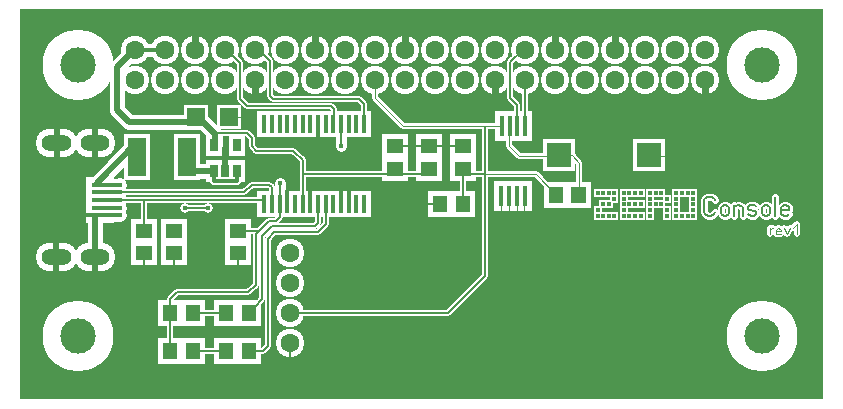
<source format=gbr>
%FSLAX34Y34*%
%MOMM*%
%LNCOPPER_TOP*%
G71*
G01*
%ADD10C, 6.00*%
%ADD11C, 2.40*%
%ADD12R, 2.35X1.40*%
%ADD13C, 0.50*%
%ADD14R, 1.22X2.12*%
%ADD15R, 1.45X1.86*%
%ADD16C, 0.30*%
%ADD17R, 2.30X4.00*%
%ADD18C, 1.20*%
%ADD19C, 0.80*%
%ADD20C, 1.10*%
%ADD21C, 0.95*%
%ADD22C, 1.30*%
%ADD23C, 0.70*%
%ADD24R, 1.22X2.58*%
%ADD25C, 0.55*%
%ADD26R, 2.10X2.20*%
%ADD27R, 2.20X2.10*%
%ADD28C, 0.15*%
%ADD29R, 2.80X2.80*%
%ADD30C, 0.10*%
%ADD31C, 0.60*%
%ADD32R, 0.70X0.70*%
%ADD33C, 0.51*%
%ADD34R, 2.00X2.00*%
%ADD35C, 2.20*%
%ADD36C, 0.53*%
%ADD37C, 3.00*%
%ADD38C, 1.60*%
%ADD39R, 1.35X0.40*%
%ADD40C, 1.40*%
%ADD41R, 0.42X1.32*%
%ADD42R, 0.65X1.06*%
%ADD43R, 1.50X3.20*%
%ADD44C, 0.40*%
%ADD45R, 0.42X1.78*%
%ADD46R, 1.30X1.40*%
%ADD47R, 1.40X1.30*%
%ADD48C, 0.20*%
%ADD49R, 0.30X0.30*%
%ADD50C, 0.11*%
%ADD51R, 1.60X1.60*%
%ADD52C, 1.40*%
%LPD*%
G36*
X0Y1000000D02*
X680000Y1000000D01*
X680000Y670000D01*
X0Y670000D01*
X0Y1000000D01*
G37*
%LPC*%
X48816Y953294D02*
G54D10*
D03*
X628253Y723900D02*
G54D10*
D03*
X48816Y723900D02*
G54D10*
D03*
X628253Y953294D02*
G54D10*
D03*
X580231Y965994D02*
G54D11*
D03*
X580230Y940590D02*
G54D11*
D03*
X554831Y965994D02*
G54D11*
D03*
X554831Y940594D02*
G54D11*
D03*
X529431Y965994D02*
G54D11*
D03*
X529431Y940594D02*
G54D11*
D03*
X504030Y965990D02*
G54D11*
D03*
X504031Y940594D02*
G54D11*
D03*
X478631Y965994D02*
G54D11*
D03*
X478631Y940594D02*
G54D11*
D03*
X453230Y965990D02*
G54D11*
D03*
X453231Y940594D02*
G54D11*
D03*
X427831Y965994D02*
G54D11*
D03*
X427831Y940594D02*
G54D11*
D03*
X402431Y965994D02*
G54D11*
D03*
X402430Y940590D02*
G54D11*
D03*
X377031Y965994D02*
G54D11*
D03*
X377031Y940594D02*
G54D11*
D03*
X351631Y965994D02*
G54D11*
D03*
X351631Y940594D02*
G54D11*
D03*
X326230Y965990D02*
G54D11*
D03*
X326231Y940594D02*
G54D11*
D03*
X300831Y965994D02*
G54D11*
D03*
X300831Y940594D02*
G54D11*
D03*
X275431Y965994D02*
G54D11*
D03*
X275431Y940594D02*
G54D11*
D03*
X250030Y965990D02*
G54D11*
D03*
X250031Y940594D02*
G54D11*
D03*
X224631Y965994D02*
G54D11*
D03*
X224631Y940594D02*
G54D11*
D03*
X199231Y965994D02*
G54D11*
D03*
X199230Y940590D02*
G54D11*
D03*
X173831Y965994D02*
G54D11*
D03*
X173831Y940594D02*
G54D11*
D03*
X148430Y965990D02*
G54D11*
D03*
X123031Y965994D02*
G54D11*
D03*
X97631Y965994D02*
G54D11*
D03*
X148431Y940594D02*
G54D11*
D03*
X123031Y940594D02*
G54D11*
D03*
X97631Y940594D02*
G54D11*
D03*
X67279Y851650D02*
G54D12*
D03*
X67279Y845150D02*
G54D12*
D03*
X67279Y838650D02*
G54D12*
D03*
X67279Y832150D02*
G54D12*
D03*
X67279Y825650D02*
G54D12*
D03*
X35926Y886972D02*
G54D11*
D03*
X35529Y886972D02*
G54D11*
D03*
X35132Y886972D02*
G54D11*
D03*
X34735Y886972D02*
G54D11*
D03*
X34338Y886972D02*
G54D11*
D03*
X33941Y886972D02*
G54D11*
D03*
X33544Y886972D02*
G54D11*
D03*
X33147Y886972D02*
G54D11*
D03*
X32750Y886972D02*
G54D11*
D03*
X32354Y886972D02*
G54D11*
D03*
X31957Y886972D02*
G54D11*
D03*
X31560Y886972D02*
G54D11*
D03*
X31163Y886972D02*
G54D11*
D03*
X30766Y886972D02*
G54D11*
D03*
X30369Y886972D02*
G54D11*
D03*
X29972Y886972D02*
G54D11*
D03*
X29972Y886972D02*
G54D11*
D03*
X29576Y886972D02*
G54D11*
D03*
X29179Y886972D02*
G54D11*
D03*
X28782Y886972D02*
G54D11*
D03*
X28385Y886972D02*
G54D11*
D03*
X27988Y886972D02*
G54D11*
D03*
X27591Y886972D02*
G54D11*
D03*
X27194Y886972D02*
G54D11*
D03*
X26797Y886972D02*
G54D11*
D03*
X26400Y886972D02*
G54D11*
D03*
X26004Y886972D02*
G54D11*
D03*
X25607Y886972D02*
G54D11*
D03*
X25210Y886972D02*
G54D11*
D03*
X68866Y790134D02*
G54D11*
D03*
X68469Y790134D02*
G54D11*
D03*
X68072Y790134D02*
G54D11*
D03*
X67676Y790134D02*
G54D11*
D03*
X67279Y790134D02*
G54D11*
D03*
X66882Y790134D02*
G54D11*
D03*
X66485Y790134D02*
G54D11*
D03*
X66088Y790134D02*
G54D11*
D03*
X65691Y790134D02*
G54D11*
D03*
X65294Y790134D02*
G54D11*
D03*
X64897Y790134D02*
G54D11*
D03*
X64500Y790134D02*
G54D11*
D03*
X64104Y790134D02*
G54D11*
D03*
X63707Y790134D02*
G54D11*
D03*
X63310Y790134D02*
G54D11*
D03*
X62913Y790134D02*
G54D11*
D03*
X62913Y790134D02*
G54D11*
D03*
X62516Y790134D02*
G54D11*
D03*
X62119Y790134D02*
G54D11*
D03*
X61722Y790134D02*
G54D11*
D03*
X61326Y790134D02*
G54D11*
D03*
X60929Y790134D02*
G54D11*
D03*
X60532Y790134D02*
G54D11*
D03*
X60135Y790134D02*
G54D11*
D03*
X59738Y790134D02*
G54D11*
D03*
X59341Y790134D02*
G54D11*
D03*
X58944Y790134D02*
G54D11*
D03*
X58547Y790134D02*
G54D11*
D03*
X58150Y790134D02*
G54D11*
D03*
X68866Y886972D02*
G54D11*
D03*
X68469Y886972D02*
G54D11*
D03*
X68072Y886972D02*
G54D11*
D03*
X67676Y886972D02*
G54D11*
D03*
X67279Y886972D02*
G54D11*
D03*
X66882Y886972D02*
G54D11*
D03*
X66485Y886972D02*
G54D11*
D03*
X66088Y886972D02*
G54D11*
D03*
X65691Y886972D02*
G54D11*
D03*
X65294Y886972D02*
G54D11*
D03*
X64897Y886972D02*
G54D11*
D03*
X64500Y886972D02*
G54D11*
D03*
X64104Y886972D02*
G54D11*
D03*
X63707Y886972D02*
G54D11*
D03*
X63310Y886972D02*
G54D11*
D03*
X62913Y886972D02*
G54D11*
D03*
X62913Y886972D02*
G54D11*
D03*
X62516Y886972D02*
G54D11*
D03*
X62119Y886972D02*
G54D11*
D03*
X61722Y886972D02*
G54D11*
D03*
X61326Y886972D02*
G54D11*
D03*
X60929Y886972D02*
G54D11*
D03*
X60532Y886972D02*
G54D11*
D03*
X60135Y886972D02*
G54D11*
D03*
X59738Y886972D02*
G54D11*
D03*
X59341Y886972D02*
G54D11*
D03*
X58944Y886972D02*
G54D11*
D03*
X58547Y886972D02*
G54D11*
D03*
X58150Y886972D02*
G54D11*
D03*
X35926Y790134D02*
G54D11*
D03*
X35529Y790134D02*
G54D11*
D03*
X35132Y790134D02*
G54D11*
D03*
X34735Y790134D02*
G54D11*
D03*
X34338Y790134D02*
G54D11*
D03*
X33941Y790134D02*
G54D11*
D03*
X33544Y790134D02*
G54D11*
D03*
X33147Y790134D02*
G54D11*
D03*
X32750Y790134D02*
G54D11*
D03*
X32354Y790134D02*
G54D11*
D03*
X31957Y790134D02*
G54D11*
D03*
X31560Y790134D02*
G54D11*
D03*
X31163Y790134D02*
G54D11*
D03*
X30766Y790134D02*
G54D11*
D03*
X30369Y790134D02*
G54D11*
D03*
X29972Y790134D02*
G54D11*
D03*
X29972Y790134D02*
G54D11*
D03*
X29576Y790134D02*
G54D11*
D03*
X29179Y790134D02*
G54D11*
D03*
X28782Y790134D02*
G54D11*
D03*
X28385Y790134D02*
G54D11*
D03*
X27988Y790134D02*
G54D11*
D03*
X27591Y790134D02*
G54D11*
D03*
X27194Y790134D02*
G54D11*
D03*
X26797Y790134D02*
G54D11*
D03*
X26400Y790134D02*
G54D11*
D03*
X26004Y790134D02*
G54D11*
D03*
X25607Y790134D02*
G54D11*
D03*
X25210Y790134D02*
G54D11*
D03*
G54D13*
X30956Y899319D02*
X30956Y875109D01*
G54D13*
X63500Y898922D02*
X63500Y875109D01*
G54D13*
X30559Y778272D02*
X30559Y802084D01*
G54D13*
X63500Y802084D02*
X63500Y778272D01*
X291272Y834812D02*
G54D14*
D03*
X284772Y834812D02*
G54D14*
D03*
X278272Y834812D02*
G54D14*
D03*
X271772Y834812D02*
G54D14*
D03*
X265272Y834812D02*
G54D14*
D03*
X258772Y834812D02*
G54D14*
D03*
X252272Y834812D02*
G54D14*
D03*
X245772Y834812D02*
G54D14*
D03*
X239272Y834812D02*
G54D14*
D03*
X232772Y834812D02*
G54D14*
D03*
X226272Y834812D02*
G54D14*
D03*
X219772Y834812D02*
G54D14*
D03*
X213272Y834812D02*
G54D14*
D03*
X206772Y834812D02*
G54D14*
D03*
X291272Y903684D02*
G54D14*
D03*
X284772Y903684D02*
G54D14*
D03*
X278272Y903684D02*
G54D14*
D03*
X271772Y903684D02*
G54D14*
D03*
X265272Y903684D02*
G54D14*
D03*
X258772Y903684D02*
G54D14*
D03*
X252272Y903684D02*
G54D14*
D03*
X245772Y903684D02*
G54D14*
D03*
X239272Y903684D02*
G54D14*
D03*
X232772Y903684D02*
G54D14*
D03*
X226272Y903684D02*
G54D14*
D03*
X219772Y903684D02*
G54D14*
D03*
X213272Y903684D02*
G54D14*
D03*
X206772Y903684D02*
G54D14*
D03*
X291272Y902890D02*
G54D14*
D03*
X284772Y902890D02*
G54D14*
D03*
X278272Y902890D02*
G54D14*
D03*
X271772Y902890D02*
G54D14*
D03*
X265272Y902890D02*
G54D14*
D03*
X258772Y902890D02*
G54D14*
D03*
X252272Y902890D02*
G54D14*
D03*
X245772Y902890D02*
G54D14*
D03*
X239272Y902890D02*
G54D14*
D03*
X232772Y902890D02*
G54D14*
D03*
X226272Y902891D02*
G54D14*
D03*
X219772Y902890D02*
G54D14*
D03*
X213272Y902890D02*
G54D14*
D03*
X206772Y902890D02*
G54D14*
D03*
X291272Y835606D02*
G54D14*
D03*
X284772Y835606D02*
G54D14*
D03*
X278272Y835606D02*
G54D14*
D03*
X271772Y835606D02*
G54D14*
D03*
X265272Y835606D02*
G54D14*
D03*
X258772Y835606D02*
G54D14*
D03*
X252272Y835606D02*
G54D14*
D03*
X245772Y835606D02*
G54D14*
D03*
X239272Y835606D02*
G54D14*
D03*
X232772Y835606D02*
G54D14*
D03*
X226272Y835606D02*
G54D14*
D03*
X219772Y835606D02*
G54D14*
D03*
X213272Y835606D02*
G54D14*
D03*
X206772Y835606D02*
G54D14*
D03*
X291272Y836003D02*
G54D14*
D03*
X284772Y836003D02*
G54D14*
D03*
X278272Y836003D02*
G54D14*
D03*
X271772Y836003D02*
G54D14*
D03*
X265272Y836003D02*
G54D14*
D03*
X258772Y836003D02*
G54D14*
D03*
X252272Y836003D02*
G54D14*
D03*
X245772Y836003D02*
G54D14*
D03*
X239272Y836003D02*
G54D14*
D03*
X232772Y836003D02*
G54D14*
D03*
X226272Y836003D02*
G54D14*
D03*
X219772Y836003D02*
G54D14*
D03*
X213272Y836003D02*
G54D14*
D03*
X206772Y836003D02*
G54D14*
D03*
X291272Y902494D02*
G54D14*
D03*
X284772Y902494D02*
G54D14*
D03*
X278272Y902494D02*
G54D14*
D03*
X271772Y902494D02*
G54D14*
D03*
X265272Y902494D02*
G54D14*
D03*
X258772Y902494D02*
G54D14*
D03*
X252272Y902494D02*
G54D14*
D03*
X245772Y902494D02*
G54D14*
D03*
X239272Y902494D02*
G54D14*
D03*
X232772Y902494D02*
G54D14*
D03*
X226272Y902494D02*
G54D14*
D03*
X219772Y902494D02*
G54D14*
D03*
X213272Y902494D02*
G54D14*
D03*
X206772Y902494D02*
G54D14*
D03*
X164306Y885627D02*
G54D15*
D03*
X183356Y885627D02*
G54D15*
D03*
X164306Y863600D02*
G54D15*
D03*
X173831Y863600D02*
G54D15*
D03*
X183356Y863600D02*
G54D15*
D03*
G54D16*
X252214Y895945D02*
X252214Y891977D01*
G54D16*
X226219Y842566D02*
X226219Y846534D01*
G54D16*
X271859Y842566D02*
X271859Y846534D01*
G54D16*
X278408Y842566D02*
X278408Y846534D01*
G54D16*
X245864Y842566D02*
X245864Y846534D01*
G54D16*
X60523Y825698D02*
X55562Y825698D01*
X141288Y874712D02*
G54D17*
D03*
X99219Y874712D02*
G54D17*
D03*
X84733Y845145D02*
G54D18*
D03*
X84733Y838597D02*
G54D18*
D03*
X271859Y884833D02*
G54D19*
D03*
X219869Y852884D02*
G54D19*
D03*
X84733Y851694D02*
G54D18*
D03*
X84733Y832247D02*
G54D18*
D03*
X84733Y825698D02*
G54D18*
D03*
G54D20*
X84733Y851694D02*
X73819Y851694D01*
G54D20*
X84733Y845145D02*
X74017Y845145D01*
G54D20*
X84733Y838597D02*
X74017Y838597D01*
G54D20*
X84733Y832247D02*
X74017Y832247D01*
G54D20*
X84733Y825698D02*
X74017Y825698D01*
G54D21*
X271859Y884833D02*
X271859Y895747D01*
G54D21*
X219869Y852884D02*
X219869Y842169D01*
G54D22*
X63500Y802084D02*
X63500Y823912D01*
G54D22*
X99219Y887412D02*
X65088Y853281D01*
G54D22*
X164306Y863600D02*
X149225Y863600D01*
G54D13*
X173831Y868958D02*
X173831Y873125D01*
G54D23*
X164306Y858441D02*
X164306Y854472D01*
X183356Y854472D01*
X183356Y858441D01*
G54D20*
X123031Y965994D02*
X97631Y965994D01*
G54D22*
X97631Y965994D02*
X96044Y965994D01*
X81756Y951706D01*
X81756Y915194D01*
X92075Y904875D01*
X154781Y904875D01*
X165100Y894556D01*
X165100Y886420D01*
X164306Y885627D01*
X407988Y901700D02*
G54D24*
D03*
X414487Y901700D02*
G54D24*
D03*
X407591Y842353D02*
G54D24*
D03*
X414091Y842353D02*
G54D24*
D03*
X420591Y842353D02*
G54D24*
D03*
X427091Y842353D02*
G54D24*
D03*
X420988Y901700D02*
G54D24*
D03*
X427488Y901700D02*
G54D24*
D03*
G54D25*
X165100Y895350D02*
X192088Y895350D01*
X196056Y891381D01*
X196056Y884238D01*
X200025Y880269D01*
X231378Y880269D01*
X239316Y872331D01*
X239316Y841375D01*
G54D25*
X84733Y845145D02*
X189508Y845145D01*
X196056Y851694D01*
X210741Y851694D01*
X213122Y849312D01*
X213122Y840978D01*
G54D25*
X84733Y838597D02*
X207169Y838597D01*
G54D25*
X173831Y965994D02*
X175022Y965994D01*
X186531Y954484D01*
X186531Y923925D01*
X192088Y918369D01*
X263128Y918369D01*
X265509Y915988D01*
X265509Y907653D01*
G54D25*
X199231Y965994D02*
X202009Y965994D01*
X211931Y956072D01*
X211931Y926703D01*
X214312Y924322D01*
X286544Y924322D01*
X291306Y919559D01*
X291306Y908447D01*
X193675Y742950D02*
G54D26*
D03*
X174675Y742950D02*
G54D26*
D03*
X193675Y711200D02*
G54D26*
D03*
X174675Y711200D02*
G54D26*
D03*
X146050Y711200D02*
G54D26*
D03*
X127050Y711200D02*
G54D26*
D03*
X146050Y742950D02*
G54D26*
D03*
X127050Y742950D02*
G54D26*
D03*
G54D25*
X258762Y830659D02*
X258762Y817959D01*
X252412Y811609D01*
X215106Y811609D01*
X209550Y806053D01*
X209550Y714772D01*
X205978Y711200D01*
X193675Y711200D01*
G54D25*
X252412Y829469D02*
X252412Y819150D01*
X250031Y816769D01*
X213519Y816769D01*
X204788Y808038D01*
X204788Y754459D01*
X198834Y748506D01*
G54D25*
X146050Y742950D02*
X174675Y742950D01*
G54D25*
X146050Y711200D02*
X174675Y711200D01*
G54D25*
X127050Y711200D02*
X127050Y742950D01*
G54D25*
X219869Y829072D02*
X219869Y823912D01*
X217091Y821134D01*
X210741Y821134D01*
X199628Y810022D01*
G54D25*
X127050Y742950D02*
X127050Y754509D01*
X132953Y760412D01*
X193278Y760412D01*
X199628Y766762D01*
X199628Y810022D01*
X139700Y831850D02*
G54D19*
D03*
X158750Y831850D02*
G54D19*
D03*
G54D25*
X139700Y831850D02*
X158750Y831850D01*
X317475Y884212D02*
G54D27*
D03*
X317475Y865212D02*
G54D27*
D03*
X346050Y884212D02*
G54D27*
D03*
X346050Y865212D02*
G54D27*
D03*
G54D25*
X346050Y860450D02*
X239738Y860450D01*
X239712Y860425D01*
G54D28*
X317475Y884212D02*
X374625Y884212D01*
X374625Y884212D02*
G54D27*
D03*
X374625Y865212D02*
G54D27*
D03*
X454026Y842963D02*
G54D26*
D03*
G36*
X462525Y853963D02*
X483525Y853963D01*
X483526Y831963D01*
X462526Y831963D01*
X462525Y853963D01*
G37*
G54D25*
X427831Y940594D02*
X427831Y902044D01*
X427488Y901700D01*
G54D25*
X427831Y965994D02*
X425847Y965994D01*
X415131Y955278D01*
X415131Y925116D01*
X421084Y919162D01*
X421084Y908844D01*
G54D25*
X228600Y742950D02*
X361950Y742950D01*
X393700Y774700D01*
X393675Y901278D01*
G54D25*
X374625Y860450D02*
X393675Y860450D01*
X393700Y860425D01*
X228600Y793750D02*
G54D11*
D03*
X228600Y768350D02*
G54D11*
D03*
X228600Y742950D02*
G54D11*
D03*
X228600Y717550D02*
G54D11*
D03*
G54D28*
X228600Y717550D02*
X228600Y702866D01*
X532209Y876697D02*
G54D29*
D03*
X456009Y876697D02*
G54D29*
D03*
G54D13*
X300831Y940594D02*
X300831Y924719D01*
X323850Y901700D01*
X407988Y901700D01*
G54D13*
X414338Y895350D02*
X414338Y884238D01*
X422275Y876300D01*
X455612Y876300D01*
X456009Y876697D01*
G54D13*
X456009Y876697D02*
X467122Y876697D01*
X473472Y870347D01*
X473472Y843409D01*
X473026Y842963D01*
G54D13*
X393675Y860450D02*
X436538Y860450D01*
X454026Y842963D01*
G54D30*
X549275Y876300D02*
X532606Y876300D01*
X532209Y876697D01*
G54D30*
X407591Y834628D02*
X407591Y828675D01*
G54D30*
X413941Y834628D02*
X413941Y828675D01*
G54D30*
X420688Y834628D02*
X420688Y828675D01*
G54D30*
X427038Y835025D02*
X427038Y828675D01*
X184175Y793775D02*
G54D27*
D03*
X184175Y812775D02*
G54D27*
D03*
G54D25*
X184175Y812775D02*
X201588Y812775D01*
X201612Y812800D01*
G54D28*
X184175Y793775D02*
X184175Y781075D01*
X184150Y781050D01*
X130200Y793775D02*
G54D27*
D03*
X130200Y812775D02*
G54D27*
D03*
X104800Y793775D02*
G54D27*
D03*
X104800Y812775D02*
G54D27*
D03*
X130200Y812775D02*
G54D19*
D03*
G54D25*
X104800Y812775D02*
X104800Y838175D01*
X104775Y838200D01*
G54D28*
X130200Y793775D02*
X130200Y781075D01*
X130175Y781050D01*
G54D28*
X104800Y793775D02*
X104800Y781075D01*
X104775Y781050D01*
G54D31*
X588641Y828500D02*
X587441Y826500D01*
X585041Y825500D01*
X582641Y825500D01*
X580241Y826500D01*
X579041Y828500D01*
X579041Y838500D01*
X580241Y840500D01*
X582641Y841500D01*
X585041Y841500D01*
X587441Y840500D01*
X588641Y838500D01*
G54D31*
X600241Y827900D02*
X600241Y831900D01*
X599041Y833900D01*
X596641Y834500D01*
X594241Y833900D01*
X593041Y831900D01*
X593041Y827900D01*
X594241Y825900D01*
X596641Y825500D01*
X599041Y825900D01*
X600241Y827900D01*
G54D31*
X604641Y825500D02*
X604641Y834500D01*
G54D31*
X604641Y832500D02*
X605841Y833900D01*
X608241Y834500D01*
X610641Y833900D01*
X611841Y832500D01*
X611841Y825500D01*
G54D31*
X616241Y826500D02*
X618641Y825500D01*
X621041Y825500D01*
X623441Y826500D01*
X623441Y828500D01*
X622241Y829500D01*
X617441Y830500D01*
X616241Y831500D01*
X616241Y833500D01*
X618641Y834500D01*
X621041Y834500D01*
X623441Y833500D01*
G54D31*
X635041Y827900D02*
X635041Y831900D01*
X633841Y833900D01*
X631441Y834500D01*
X629041Y833900D01*
X627841Y831900D01*
X627841Y827900D01*
X629041Y825900D01*
X631441Y825500D01*
X633841Y825900D01*
X635041Y827900D01*
G54D31*
X639441Y825500D02*
X639441Y841500D01*
G54D31*
X651041Y826500D02*
X649121Y825500D01*
X646721Y825500D01*
X644321Y826500D01*
X643841Y828500D01*
X643841Y831900D01*
X645041Y833900D01*
X647441Y834500D01*
X649841Y833900D01*
X651041Y832500D01*
X651041Y830500D01*
X643841Y830500D01*
X488950Y844550D02*
G54D32*
D03*
X498475Y844550D02*
G54D32*
D03*
X503238Y844550D02*
G54D32*
D03*
X503238Y839788D02*
G54D32*
D03*
X498475Y835025D02*
G54D32*
D03*
X488950Y830262D02*
G54D32*
D03*
X488950Y825500D02*
G54D32*
D03*
X498475Y825500D02*
G54D32*
D03*
X503238Y825500D02*
G54D32*
D03*
X511175Y825500D02*
G54D32*
D03*
X511175Y830262D02*
G54D32*
D03*
X511175Y835025D02*
G54D32*
D03*
X511175Y839788D02*
G54D32*
D03*
X511175Y844550D02*
G54D32*
D03*
X515938Y844550D02*
G54D32*
D03*
X520700Y844550D02*
G54D32*
D03*
X515938Y835025D02*
G54D32*
D03*
X520700Y835025D02*
G54D32*
D03*
X515938Y825500D02*
G54D32*
D03*
X520700Y825500D02*
G54D32*
D03*
X533400Y844550D02*
G54D32*
D03*
X533400Y839788D02*
G54D32*
D03*
X533400Y835025D02*
G54D32*
D03*
X533400Y830262D02*
G54D32*
D03*
X533400Y825500D02*
G54D32*
D03*
X538162Y844550D02*
G54D32*
D03*
X538162Y835025D02*
G54D32*
D03*
X547688Y839788D02*
G54D32*
D03*
X547688Y830262D02*
G54D32*
D03*
X547688Y825500D02*
G54D32*
D03*
X555625Y839788D02*
G54D32*
D03*
X555625Y835025D02*
G54D32*
D03*
X555625Y830262D02*
G54D32*
D03*
X560388Y825500D02*
G54D32*
D03*
X565150Y825500D02*
G54D32*
D03*
X569912Y830262D02*
G54D32*
D03*
X569912Y835025D02*
G54D32*
D03*
X569912Y839788D02*
G54D32*
D03*
X560388Y844550D02*
G54D32*
D03*
X565150Y844550D02*
G54D32*
D03*
G54D33*
X635000Y809625D02*
X635000Y814625D01*
G54D33*
X635000Y813514D02*
X636333Y814625D01*
X637667Y814625D01*
G54D33*
X644111Y810181D02*
X643044Y809625D01*
X641711Y809625D01*
X640378Y810181D01*
X640111Y811292D01*
X640111Y813181D01*
X640778Y814292D01*
X642111Y814625D01*
X643444Y814292D01*
X644111Y813514D01*
X644111Y812403D01*
X640111Y812403D01*
G54D33*
X646555Y814625D02*
X649222Y809625D01*
X651888Y814625D01*
G54D33*
X654332Y815181D02*
X657665Y818514D01*
X657665Y809625D01*
X149225Y908844D02*
G54D34*
D03*
X177225Y908844D02*
G54D34*
D03*
G54D30*
X177225Y908844D02*
X190500Y908844D01*
X555625Y844550D02*
G54D32*
D03*
X569912Y844550D02*
G54D32*
D03*
X569912Y825500D02*
G54D32*
D03*
X555625Y825500D02*
G54D32*
D03*
X493712Y844550D02*
G54D32*
D03*
X493712Y835025D02*
G54D32*
D03*
X493712Y825500D02*
G54D32*
D03*
X525462Y844550D02*
G54D32*
D03*
X525462Y835025D02*
G54D32*
D03*
X525462Y825500D02*
G54D32*
D03*
X542925Y844550D02*
G54D32*
D03*
X542925Y835025D02*
G54D32*
D03*
G54D25*
X374650Y835025D02*
X374650Y863600D01*
G54D28*
X355600Y835025D02*
X342900Y835025D01*
X355600Y835025D02*
G54D26*
D03*
X374600Y835025D02*
G54D26*
D03*
X25210Y886972D02*
G54D35*
D03*
X26400Y886972D02*
G54D35*
D03*
X27591Y886972D02*
G54D35*
D03*
X28782Y886972D02*
G54D35*
D03*
X29972Y886972D02*
G54D35*
D03*
X31163Y886972D02*
G54D35*
D03*
X32750Y886972D02*
G54D35*
D03*
X33941Y886972D02*
G54D35*
D03*
X35132Y886972D02*
G54D35*
D03*
X35926Y886972D02*
G54D35*
D03*
X58150Y886972D02*
G54D35*
D03*
X59341Y886972D02*
G54D35*
D03*
X60532Y886972D02*
G54D35*
D03*
X61722Y886972D02*
G54D35*
D03*
X62913Y886972D02*
G54D35*
D03*
X64104Y886972D02*
G54D35*
D03*
X65294Y886972D02*
G54D35*
D03*
X66485Y886972D02*
G54D35*
D03*
X67676Y886972D02*
G54D35*
D03*
X68866Y886972D02*
G54D35*
D03*
X25210Y790134D02*
G54D35*
D03*
X26400Y790134D02*
G54D35*
D03*
X27591Y790134D02*
G54D35*
D03*
X28782Y790134D02*
G54D35*
D03*
X29972Y790134D02*
G54D35*
D03*
X31163Y790134D02*
G54D35*
D03*
X32354Y790134D02*
G54D35*
D03*
X33544Y790134D02*
G54D35*
D03*
X34735Y790134D02*
G54D35*
D03*
X35926Y790134D02*
G54D35*
D03*
X58150Y790134D02*
G54D35*
D03*
X59341Y790134D02*
G54D35*
D03*
X60532Y790134D02*
G54D35*
D03*
X61722Y790134D02*
G54D35*
D03*
X63310Y790134D02*
G54D35*
D03*
X64500Y790134D02*
G54D35*
D03*
X65691Y790134D02*
G54D35*
D03*
X66882Y790134D02*
G54D35*
D03*
X68072Y790134D02*
G54D35*
D03*
X68866Y790134D02*
G54D35*
D03*
%LPD*%
G54D36*
G36*
X582897Y940590D02*
X582897Y928090D01*
X577563Y928090D01*
X577563Y940590D01*
X582897Y940590D01*
G37*
G54D36*
G36*
X501363Y965990D02*
X501363Y978490D01*
X506697Y978490D01*
X506697Y965990D01*
X501363Y965990D01*
G37*
G54D36*
G36*
X450563Y965990D02*
X450563Y978490D01*
X455897Y978490D01*
X455897Y965990D01*
X450563Y965990D01*
G37*
G54D36*
G36*
X405097Y940590D02*
X405097Y928090D01*
X399763Y928090D01*
X399763Y940590D01*
X405097Y940590D01*
G37*
G54D36*
G36*
X323563Y965990D02*
X323563Y978490D01*
X328897Y978490D01*
X328897Y965990D01*
X323563Y965990D01*
G37*
G54D36*
G36*
X247363Y965990D02*
X247363Y978490D01*
X252697Y978490D01*
X252697Y965990D01*
X247363Y965990D01*
G37*
G54D36*
G36*
X201897Y940590D02*
X201897Y928090D01*
X196563Y928090D01*
X196563Y940590D01*
X201897Y940590D01*
G37*
G54D36*
G36*
X145763Y965990D02*
X145763Y978490D01*
X151097Y978490D01*
X151097Y965990D01*
X145763Y965990D01*
G37*
X48816Y953294D02*
G54D37*
D03*
X628253Y723900D02*
G54D37*
D03*
X48816Y723900D02*
G54D37*
D03*
X628253Y953294D02*
G54D37*
D03*
X580231Y965994D02*
G54D38*
D03*
X580230Y940590D02*
G54D38*
D03*
X554831Y965994D02*
G54D38*
D03*
X554831Y940594D02*
G54D38*
D03*
X529431Y965994D02*
G54D38*
D03*
X529431Y940594D02*
G54D38*
D03*
X504030Y965990D02*
G54D38*
D03*
X504031Y940594D02*
G54D38*
D03*
X478631Y965994D02*
G54D38*
D03*
X478631Y940594D02*
G54D38*
D03*
X453230Y965990D02*
G54D38*
D03*
X453231Y940594D02*
G54D38*
D03*
X427831Y965994D02*
G54D38*
D03*
X427831Y940594D02*
G54D38*
D03*
X402431Y965994D02*
G54D38*
D03*
X402430Y940590D02*
G54D38*
D03*
X377031Y965994D02*
G54D38*
D03*
X377031Y940594D02*
G54D38*
D03*
X351631Y965994D02*
G54D38*
D03*
X351631Y940594D02*
G54D38*
D03*
X326230Y965990D02*
G54D38*
D03*
X326231Y940594D02*
G54D38*
D03*
X300831Y965994D02*
G54D38*
D03*
X300831Y940594D02*
G54D38*
D03*
X275431Y965994D02*
G54D38*
D03*
X275431Y940594D02*
G54D38*
D03*
X250030Y965990D02*
G54D38*
D03*
X250031Y940594D02*
G54D38*
D03*
X224631Y965994D02*
G54D38*
D03*
X224631Y940594D02*
G54D38*
D03*
X199231Y965994D02*
G54D38*
D03*
X199230Y940590D02*
G54D38*
D03*
X173831Y965994D02*
G54D38*
D03*
X173831Y940594D02*
G54D38*
D03*
X148430Y965990D02*
G54D38*
D03*
X123031Y965994D02*
G54D38*
D03*
X97631Y965994D02*
G54D38*
D03*
X148431Y940594D02*
G54D38*
D03*
X123031Y940594D02*
G54D38*
D03*
X97631Y940594D02*
G54D38*
D03*
X67279Y851650D02*
G54D39*
D03*
X67279Y845150D02*
G54D39*
D03*
X67279Y838650D02*
G54D39*
D03*
X67279Y832150D02*
G54D39*
D03*
X67279Y825650D02*
G54D39*
D03*
X35926Y886972D02*
G54D40*
D03*
X35529Y886972D02*
G54D40*
D03*
X35132Y886972D02*
G54D40*
D03*
X34735Y886972D02*
G54D40*
D03*
X34338Y886972D02*
G54D40*
D03*
X33941Y886972D02*
G54D40*
D03*
X33544Y886972D02*
G54D40*
D03*
X33147Y886972D02*
G54D40*
D03*
X32750Y886972D02*
G54D40*
D03*
X32354Y886972D02*
G54D40*
D03*
X31957Y886972D02*
G54D40*
D03*
X31560Y886972D02*
G54D40*
D03*
X31163Y886972D02*
G54D40*
D03*
X30766Y886972D02*
G54D40*
D03*
X30369Y886972D02*
G54D40*
D03*
X29972Y886972D02*
G54D40*
D03*
X29972Y886972D02*
G54D40*
D03*
X29576Y886972D02*
G54D40*
D03*
X29179Y886972D02*
G54D40*
D03*
X28782Y886972D02*
G54D40*
D03*
X28385Y886972D02*
G54D40*
D03*
X27988Y886972D02*
G54D40*
D03*
X27591Y886972D02*
G54D40*
D03*
X27194Y886972D02*
G54D40*
D03*
X26797Y886972D02*
G54D40*
D03*
X26400Y886972D02*
G54D40*
D03*
X26004Y886972D02*
G54D40*
D03*
X25607Y886972D02*
G54D40*
D03*
X25210Y886972D02*
G54D40*
D03*
X68866Y790134D02*
G54D40*
D03*
X68469Y790134D02*
G54D40*
D03*
X68072Y790134D02*
G54D40*
D03*
X67676Y790134D02*
G54D40*
D03*
X67279Y790134D02*
G54D40*
D03*
X66882Y790134D02*
G54D40*
D03*
X66485Y790134D02*
G54D40*
D03*
X66088Y790134D02*
G54D40*
D03*
X65691Y790134D02*
G54D40*
D03*
X65294Y790134D02*
G54D40*
D03*
X64897Y790134D02*
G54D40*
D03*
X64500Y790134D02*
G54D40*
D03*
X64104Y790134D02*
G54D40*
D03*
X63707Y790134D02*
G54D40*
D03*
X63310Y790134D02*
G54D40*
D03*
X62913Y790134D02*
G54D40*
D03*
X62913Y790134D02*
G54D40*
D03*
X62516Y790134D02*
G54D40*
D03*
X62119Y790134D02*
G54D40*
D03*
X61722Y790134D02*
G54D40*
D03*
X61326Y790134D02*
G54D40*
D03*
X60929Y790134D02*
G54D40*
D03*
X60532Y790134D02*
G54D40*
D03*
X60135Y790134D02*
G54D40*
D03*
X59738Y790134D02*
G54D40*
D03*
X59341Y790134D02*
G54D40*
D03*
X58944Y790134D02*
G54D40*
D03*
X58547Y790134D02*
G54D40*
D03*
X58150Y790134D02*
G54D40*
D03*
X68866Y886972D02*
G54D40*
D03*
X68469Y886972D02*
G54D40*
D03*
X68072Y886972D02*
G54D40*
D03*
X67676Y886972D02*
G54D40*
D03*
X67279Y886972D02*
G54D40*
D03*
X66882Y886972D02*
G54D40*
D03*
X66485Y886972D02*
G54D40*
D03*
X66088Y886972D02*
G54D40*
D03*
X65691Y886972D02*
G54D40*
D03*
X65294Y886972D02*
G54D40*
D03*
X64897Y886972D02*
G54D40*
D03*
X64500Y886972D02*
G54D40*
D03*
X64104Y886972D02*
G54D40*
D03*
X63707Y886972D02*
G54D40*
D03*
X63310Y886972D02*
G54D40*
D03*
X62913Y886972D02*
G54D40*
D03*
X62913Y886972D02*
G54D40*
D03*
X62516Y886972D02*
G54D40*
D03*
X62119Y886972D02*
G54D40*
D03*
X61722Y886972D02*
G54D40*
D03*
X61326Y886972D02*
G54D40*
D03*
X60929Y886972D02*
G54D40*
D03*
X60532Y886972D02*
G54D40*
D03*
X60135Y886972D02*
G54D40*
D03*
X59738Y886972D02*
G54D40*
D03*
X59341Y886972D02*
G54D40*
D03*
X58944Y886972D02*
G54D40*
D03*
X58547Y886972D02*
G54D40*
D03*
X58150Y886972D02*
G54D40*
D03*
X35926Y790134D02*
G54D40*
D03*
X35529Y790134D02*
G54D40*
D03*
X35132Y790134D02*
G54D40*
D03*
X34735Y790134D02*
G54D40*
D03*
X34338Y790134D02*
G54D40*
D03*
X33941Y790134D02*
G54D40*
D03*
X33544Y790134D02*
G54D40*
D03*
X33147Y790134D02*
G54D40*
D03*
X32750Y790134D02*
G54D40*
D03*
X32354Y790134D02*
G54D40*
D03*
X31957Y790134D02*
G54D40*
D03*
X31560Y790134D02*
G54D40*
D03*
X31163Y790134D02*
G54D40*
D03*
X30766Y790134D02*
G54D40*
D03*
X30369Y790134D02*
G54D40*
D03*
X29972Y790134D02*
G54D40*
D03*
X29972Y790134D02*
G54D40*
D03*
X29576Y790134D02*
G54D40*
D03*
X29179Y790134D02*
G54D40*
D03*
X28782Y790134D02*
G54D40*
D03*
X28385Y790134D02*
G54D40*
D03*
X27988Y790134D02*
G54D40*
D03*
X27591Y790134D02*
G54D40*
D03*
X27194Y790134D02*
G54D40*
D03*
X26797Y790134D02*
G54D40*
D03*
X26400Y790134D02*
G54D40*
D03*
X26004Y790134D02*
G54D40*
D03*
X25607Y790134D02*
G54D40*
D03*
X25210Y790134D02*
G54D40*
D03*
G54D13*
X30956Y899319D02*
X30956Y875109D01*
G54D13*
X63500Y898922D02*
X63500Y875109D01*
G54D13*
X30559Y778272D02*
X30559Y802084D01*
G54D13*
X63500Y802084D02*
X63500Y778272D01*
X291272Y834812D02*
G54D41*
D03*
X284772Y834812D02*
G54D41*
D03*
X278272Y834812D02*
G54D41*
D03*
X271772Y834812D02*
G54D41*
D03*
X265272Y834812D02*
G54D41*
D03*
X258772Y834812D02*
G54D41*
D03*
X252272Y834812D02*
G54D41*
D03*
X245772Y834812D02*
G54D41*
D03*
X239272Y834812D02*
G54D41*
D03*
X232772Y834812D02*
G54D41*
D03*
X226272Y834812D02*
G54D41*
D03*
X219772Y834812D02*
G54D41*
D03*
X213272Y834812D02*
G54D41*
D03*
X206772Y834812D02*
G54D41*
D03*
X291272Y903684D02*
G54D41*
D03*
X284772Y903684D02*
G54D41*
D03*
X278272Y903684D02*
G54D41*
D03*
X271772Y903684D02*
G54D41*
D03*
X265272Y903684D02*
G54D41*
D03*
X258772Y903684D02*
G54D41*
D03*
X252272Y903684D02*
G54D41*
D03*
X245772Y903684D02*
G54D41*
D03*
X239272Y903684D02*
G54D41*
D03*
X232772Y903684D02*
G54D41*
D03*
X226272Y903684D02*
G54D41*
D03*
X219772Y903684D02*
G54D41*
D03*
X213272Y903684D02*
G54D41*
D03*
X206772Y903684D02*
G54D41*
D03*
X291272Y902890D02*
G54D41*
D03*
X284772Y902890D02*
G54D41*
D03*
X278272Y902890D02*
G54D41*
D03*
X271772Y902890D02*
G54D41*
D03*
X265272Y902890D02*
G54D41*
D03*
X258772Y902890D02*
G54D41*
D03*
X252272Y902890D02*
G54D41*
D03*
X245772Y902890D02*
G54D41*
D03*
X239272Y902890D02*
G54D41*
D03*
X232772Y902890D02*
G54D41*
D03*
X226272Y902891D02*
G54D41*
D03*
X219772Y902890D02*
G54D41*
D03*
X213272Y902890D02*
G54D41*
D03*
X206772Y902890D02*
G54D41*
D03*
X291272Y835606D02*
G54D41*
D03*
X284772Y835606D02*
G54D41*
D03*
X278272Y835606D02*
G54D41*
D03*
X271772Y835606D02*
G54D41*
D03*
X265272Y835606D02*
G54D41*
D03*
X258772Y835606D02*
G54D41*
D03*
X252272Y835606D02*
G54D41*
D03*
X245772Y835606D02*
G54D41*
D03*
X239272Y835606D02*
G54D41*
D03*
X232772Y835606D02*
G54D41*
D03*
X226272Y835606D02*
G54D41*
D03*
X219772Y835606D02*
G54D41*
D03*
X213272Y835606D02*
G54D41*
D03*
X206772Y835606D02*
G54D41*
D03*
X291272Y836003D02*
G54D41*
D03*
X284772Y836003D02*
G54D41*
D03*
X278272Y836003D02*
G54D41*
D03*
X271772Y836003D02*
G54D41*
D03*
X265272Y836003D02*
G54D41*
D03*
X258772Y836003D02*
G54D41*
D03*
X252272Y836003D02*
G54D41*
D03*
X245772Y836003D02*
G54D41*
D03*
X239272Y836003D02*
G54D41*
D03*
X232772Y836003D02*
G54D41*
D03*
X226272Y836003D02*
G54D41*
D03*
X219772Y836003D02*
G54D41*
D03*
X213272Y836003D02*
G54D41*
D03*
X206772Y836003D02*
G54D41*
D03*
X291272Y902494D02*
G54D41*
D03*
X284772Y902494D02*
G54D41*
D03*
X278272Y902494D02*
G54D41*
D03*
X271772Y902494D02*
G54D41*
D03*
X265272Y902494D02*
G54D41*
D03*
X258772Y902494D02*
G54D41*
D03*
X252272Y902494D02*
G54D41*
D03*
X245772Y902494D02*
G54D41*
D03*
X239272Y902494D02*
G54D41*
D03*
X232772Y902494D02*
G54D41*
D03*
X226272Y902494D02*
G54D41*
D03*
X219772Y902494D02*
G54D41*
D03*
X213272Y902494D02*
G54D41*
D03*
X206772Y902494D02*
G54D41*
D03*
X164306Y885627D02*
G54D42*
D03*
X183356Y885627D02*
G54D42*
D03*
X164306Y863600D02*
G54D42*
D03*
X173831Y863600D02*
G54D42*
D03*
X183356Y863600D02*
G54D42*
D03*
G54D16*
X252214Y895945D02*
X252214Y891977D01*
G54D16*
X226219Y842566D02*
X226219Y846534D01*
G54D16*
X271859Y842566D02*
X271859Y846534D01*
G54D16*
X278408Y842566D02*
X278408Y846534D01*
G54D16*
X245864Y842566D02*
X245864Y846534D01*
G54D16*
X60523Y825698D02*
X55562Y825698D01*
X141288Y874712D02*
G54D43*
D03*
X99219Y874712D02*
G54D43*
D03*
X84733Y845145D02*
G54D44*
D03*
X84733Y838597D02*
G54D44*
D03*
X271859Y884833D02*
G54D44*
D03*
X219869Y852884D02*
G54D44*
D03*
X84733Y851694D02*
G54D44*
D03*
X84733Y832247D02*
G54D44*
D03*
X84733Y825698D02*
G54D44*
D03*
G54D16*
X84733Y851694D02*
X73819Y851694D01*
G54D16*
X84733Y845145D02*
X74017Y845145D01*
G54D16*
X84733Y838597D02*
X74017Y838597D01*
G54D16*
X84733Y832247D02*
X74017Y832247D01*
G54D16*
X84733Y825698D02*
X74017Y825698D01*
G54D28*
X271859Y884833D02*
X271859Y895747D01*
G54D28*
X219869Y852884D02*
X219869Y842169D01*
G54D13*
X63500Y802084D02*
X63500Y823912D01*
G54D13*
X99219Y887412D02*
X65088Y853281D01*
G54D13*
X164306Y863600D02*
X149225Y863600D01*
G54D13*
X173831Y868958D02*
X173831Y873125D01*
G54D16*
X164306Y858441D02*
X164306Y854472D01*
X183356Y854472D01*
X183356Y858441D01*
G54D16*
X123031Y965994D02*
X97631Y965994D01*
G54D13*
X97631Y965994D02*
X96044Y965994D01*
X81756Y951706D01*
X81756Y915194D01*
X92075Y904875D01*
X154781Y904875D01*
X165100Y894556D01*
X165100Y886420D01*
X164306Y885627D01*
X407988Y901700D02*
G54D45*
D03*
X414487Y901700D02*
G54D45*
D03*
X407591Y842353D02*
G54D45*
D03*
X414091Y842353D02*
G54D45*
D03*
X420591Y842353D02*
G54D45*
D03*
X427091Y842353D02*
G54D45*
D03*
X420988Y901700D02*
G54D45*
D03*
X427488Y901700D02*
G54D45*
D03*
G54D28*
X165100Y895350D02*
X192088Y895350D01*
X196056Y891381D01*
X196056Y884238D01*
X200025Y880269D01*
X231378Y880269D01*
X239316Y872331D01*
X239316Y841375D01*
G54D28*
X84733Y845145D02*
X189508Y845145D01*
X196056Y851694D01*
X210741Y851694D01*
X213122Y849312D01*
X213122Y840978D01*
G54D28*
X84733Y838597D02*
X207169Y838597D01*
G54D28*
X173831Y965994D02*
X175022Y965994D01*
X186531Y954484D01*
X186531Y923925D01*
X192088Y918369D01*
X263128Y918369D01*
X265509Y915988D01*
X265509Y907653D01*
G54D28*
X199231Y965994D02*
X202009Y965994D01*
X211931Y956072D01*
X211931Y926703D01*
X214312Y924322D01*
X286544Y924322D01*
X291306Y919559D01*
X291306Y908447D01*
X193675Y742950D02*
G54D46*
D03*
X174675Y742950D02*
G54D46*
D03*
X193675Y711200D02*
G54D46*
D03*
X174675Y711200D02*
G54D46*
D03*
X146050Y711200D02*
G54D46*
D03*
X127050Y711200D02*
G54D46*
D03*
X146050Y742950D02*
G54D46*
D03*
X127050Y742950D02*
G54D46*
D03*
G54D28*
X258762Y830659D02*
X258762Y817959D01*
X252412Y811609D01*
X215106Y811609D01*
X209550Y806053D01*
X209550Y714772D01*
X205978Y711200D01*
X193675Y711200D01*
G54D28*
X252412Y829469D02*
X252412Y819150D01*
X250031Y816769D01*
X213519Y816769D01*
X204788Y808038D01*
X204788Y754459D01*
X198834Y748506D01*
G54D28*
X146050Y742950D02*
X174675Y742950D01*
G54D28*
X146050Y711200D02*
X174675Y711200D01*
G54D28*
X127050Y711200D02*
X127050Y742950D01*
G54D28*
X219869Y829072D02*
X219869Y823912D01*
X217091Y821134D01*
X210741Y821134D01*
X199628Y810022D01*
G54D28*
X127050Y742950D02*
X127050Y754509D01*
X132953Y760412D01*
X193278Y760412D01*
X199628Y766762D01*
X199628Y810022D01*
X139700Y831850D02*
G54D44*
D03*
X158750Y831850D02*
G54D44*
D03*
G54D28*
X139700Y831850D02*
X158750Y831850D01*
X317475Y884212D02*
G54D47*
D03*
X317475Y865212D02*
G54D47*
D03*
X346050Y884212D02*
G54D47*
D03*
X346050Y865212D02*
G54D47*
D03*
G54D28*
X346050Y860450D02*
X239738Y860450D01*
X239712Y860425D01*
G54D28*
X317475Y884212D02*
X374625Y884212D01*
X374625Y884212D02*
G54D47*
D03*
X374625Y865212D02*
G54D47*
D03*
X454026Y842963D02*
G54D46*
D03*
G36*
X466525Y849963D02*
X479525Y849963D01*
X479526Y835963D01*
X466526Y835963D01*
X466525Y849963D01*
G37*
G54D28*
X427831Y940594D02*
X427831Y902044D01*
X427488Y901700D01*
G54D28*
X427831Y965994D02*
X425847Y965994D01*
X415131Y955278D01*
X415131Y925116D01*
X421084Y919162D01*
X421084Y908844D01*
G54D28*
X228600Y742950D02*
X361950Y742950D01*
X393700Y774700D01*
X393675Y901278D01*
G54D28*
X374625Y860450D02*
X393675Y860450D01*
X393700Y860425D01*
X228600Y793750D02*
G54D38*
D03*
X228600Y768350D02*
G54D38*
D03*
X228600Y742950D02*
G54D38*
D03*
X228600Y717550D02*
G54D38*
D03*
G54D28*
X228600Y717550D02*
X228600Y702866D01*
X532209Y876697D02*
G54D34*
D03*
X456009Y876697D02*
G54D34*
D03*
G54D30*
X300831Y940594D02*
X300831Y924719D01*
X323850Y901700D01*
X407988Y901700D01*
G54D30*
X414338Y895350D02*
X414338Y884238D01*
X422275Y876300D01*
X455612Y876300D01*
X456009Y876697D01*
G54D30*
X456009Y876697D02*
X467122Y876697D01*
X473472Y870347D01*
X473472Y843409D01*
X473026Y842963D01*
G54D30*
X393675Y860450D02*
X436538Y860450D01*
X454026Y842963D01*
G54D30*
X549275Y876300D02*
X532606Y876300D01*
X532209Y876697D01*
G54D30*
X407591Y834628D02*
X407591Y828675D01*
G54D30*
X413941Y834628D02*
X413941Y828675D01*
G54D30*
X420688Y834628D02*
X420688Y828675D01*
G54D30*
X427038Y835025D02*
X427038Y828675D01*
X184175Y793775D02*
G54D47*
D03*
X184175Y812775D02*
G54D47*
D03*
G54D28*
X184175Y812775D02*
X201588Y812775D01*
X201612Y812800D01*
G54D28*
X184175Y793775D02*
X184175Y781075D01*
X184150Y781050D01*
X130200Y793775D02*
G54D47*
D03*
X130200Y812775D02*
G54D47*
D03*
X104800Y793775D02*
G54D47*
D03*
X104800Y812775D02*
G54D47*
D03*
X130200Y812775D02*
G54D44*
D03*
G54D28*
X104800Y812775D02*
X104800Y838175D01*
X104775Y838200D01*
G54D28*
X130200Y793775D02*
X130200Y781075D01*
X130175Y781050D01*
G54D28*
X104800Y793775D02*
X104800Y781075D01*
X104775Y781050D01*
G54D48*
X588641Y828500D02*
X587441Y826500D01*
X585041Y825500D01*
X582641Y825500D01*
X580241Y826500D01*
X579041Y828500D01*
X579041Y838500D01*
X580241Y840500D01*
X582641Y841500D01*
X585041Y841500D01*
X587441Y840500D01*
X588641Y838500D01*
G54D48*
X600241Y827900D02*
X600241Y831900D01*
X599041Y833900D01*
X596641Y834500D01*
X594241Y833900D01*
X593041Y831900D01*
X593041Y827900D01*
X594241Y825900D01*
X596641Y825500D01*
X599041Y825900D01*
X600241Y827900D01*
G54D48*
X604641Y825500D02*
X604641Y834500D01*
G54D48*
X604641Y832500D02*
X605841Y833900D01*
X608241Y834500D01*
X610641Y833900D01*
X611841Y832500D01*
X611841Y825500D01*
G54D48*
X616241Y826500D02*
X618641Y825500D01*
X621041Y825500D01*
X623441Y826500D01*
X623441Y828500D01*
X622241Y829500D01*
X617441Y830500D01*
X616241Y831500D01*
X616241Y833500D01*
X618641Y834500D01*
X621041Y834500D01*
X623441Y833500D01*
G54D48*
X635041Y827900D02*
X635041Y831900D01*
X633841Y833900D01*
X631441Y834500D01*
X629041Y833900D01*
X627841Y831900D01*
X627841Y827900D01*
X629041Y825900D01*
X631441Y825500D01*
X633841Y825900D01*
X635041Y827900D01*
G54D48*
X639441Y825500D02*
X639441Y841500D01*
G54D48*
X651041Y826500D02*
X649121Y825500D01*
X646721Y825500D01*
X644321Y826500D01*
X643841Y828500D01*
X643841Y831900D01*
X645041Y833900D01*
X647441Y834500D01*
X649841Y833900D01*
X651041Y832500D01*
X651041Y830500D01*
X643841Y830500D01*
X488950Y844550D02*
G54D49*
D03*
X498475Y844550D02*
G54D49*
D03*
X503238Y844550D02*
G54D49*
D03*
X503238Y839788D02*
G54D49*
D03*
X498475Y835025D02*
G54D49*
D03*
X488950Y830262D02*
G54D49*
D03*
X488950Y825500D02*
G54D49*
D03*
X498475Y825500D02*
G54D49*
D03*
X503238Y825500D02*
G54D49*
D03*
X511175Y825500D02*
G54D49*
D03*
X511175Y830262D02*
G54D49*
D03*
X511175Y835025D02*
G54D49*
D03*
X511175Y839788D02*
G54D49*
D03*
X511175Y844550D02*
G54D49*
D03*
X515938Y844550D02*
G54D49*
D03*
X520700Y844550D02*
G54D49*
D03*
X515938Y835025D02*
G54D49*
D03*
X520700Y835025D02*
G54D49*
D03*
X515938Y825500D02*
G54D49*
D03*
X520700Y825500D02*
G54D49*
D03*
X533400Y844550D02*
G54D49*
D03*
X533400Y839788D02*
G54D49*
D03*
X533400Y835025D02*
G54D49*
D03*
X533400Y830262D02*
G54D49*
D03*
X533400Y825500D02*
G54D49*
D03*
X538162Y844550D02*
G54D49*
D03*
X538162Y835025D02*
G54D49*
D03*
X547688Y839788D02*
G54D49*
D03*
X547688Y830262D02*
G54D49*
D03*
X547688Y825500D02*
G54D49*
D03*
X555625Y839788D02*
G54D49*
D03*
X555625Y835025D02*
G54D49*
D03*
X555625Y830262D02*
G54D49*
D03*
X560388Y825500D02*
G54D49*
D03*
X565150Y825500D02*
G54D49*
D03*
X569912Y830262D02*
G54D49*
D03*
X569912Y835025D02*
G54D49*
D03*
X569912Y839788D02*
G54D49*
D03*
X560388Y844550D02*
G54D49*
D03*
X565150Y844550D02*
G54D49*
D03*
G54D50*
X635000Y809625D02*
X635000Y814625D01*
G54D50*
X635000Y813514D02*
X636333Y814625D01*
X637667Y814625D01*
G54D50*
X644111Y810181D02*
X643044Y809625D01*
X641711Y809625D01*
X640378Y810181D01*
X640111Y811292D01*
X640111Y813181D01*
X640778Y814292D01*
X642111Y814625D01*
X643444Y814292D01*
X644111Y813514D01*
X644111Y812403D01*
X640111Y812403D01*
G54D50*
X646555Y814625D02*
X649222Y809625D01*
X651888Y814625D01*
G54D50*
X654332Y815181D02*
X657665Y818514D01*
X657665Y809625D01*
X149225Y908844D02*
G54D51*
D03*
X177225Y908844D02*
G54D51*
D03*
G54D30*
X177225Y908844D02*
X190500Y908844D01*
X555625Y844550D02*
G54D49*
D03*
X569912Y844550D02*
G54D49*
D03*
X569912Y825500D02*
G54D49*
D03*
X555625Y825500D02*
G54D49*
D03*
X493712Y844550D02*
G54D49*
D03*
X493712Y835025D02*
G54D49*
D03*
X493712Y825500D02*
G54D49*
D03*
X525462Y844550D02*
G54D49*
D03*
X525462Y835025D02*
G54D49*
D03*
X525462Y825500D02*
G54D49*
D03*
X542925Y844550D02*
G54D49*
D03*
X542925Y835025D02*
G54D49*
D03*
G54D28*
X374650Y835025D02*
X374650Y863600D01*
G54D28*
X355600Y835025D02*
X342900Y835025D01*
X355600Y835025D02*
G54D46*
D03*
X374600Y835025D02*
G54D46*
D03*
X25210Y886972D02*
G54D52*
D03*
X26400Y886972D02*
G54D52*
D03*
X27591Y886972D02*
G54D52*
D03*
X28782Y886972D02*
G54D52*
D03*
X29972Y886972D02*
G54D52*
D03*
X31163Y886972D02*
G54D52*
D03*
X32750Y886972D02*
G54D52*
D03*
X33941Y886972D02*
G54D52*
D03*
X35132Y886972D02*
G54D52*
D03*
X35926Y886972D02*
G54D52*
D03*
X58150Y886972D02*
G54D52*
D03*
X59341Y886972D02*
G54D52*
D03*
X60532Y886972D02*
G54D52*
D03*
X61722Y886972D02*
G54D52*
D03*
X62913Y886972D02*
G54D52*
D03*
X64104Y886972D02*
G54D52*
D03*
X65294Y886972D02*
G54D52*
D03*
X66485Y886972D02*
G54D52*
D03*
X67676Y886972D02*
G54D52*
D03*
X68866Y886972D02*
G54D52*
D03*
X25210Y790134D02*
G54D52*
D03*
X26400Y790134D02*
G54D52*
D03*
X27591Y790134D02*
G54D52*
D03*
X28782Y790134D02*
G54D52*
D03*
X29972Y790134D02*
G54D52*
D03*
X31163Y790134D02*
G54D52*
D03*
X32354Y790134D02*
G54D52*
D03*
X33544Y790134D02*
G54D52*
D03*
X34735Y790134D02*
G54D52*
D03*
X35926Y790134D02*
G54D52*
D03*
X58150Y790134D02*
G54D52*
D03*
X59341Y790134D02*
G54D52*
D03*
X60532Y790134D02*
G54D52*
D03*
X61722Y790134D02*
G54D52*
D03*
X63310Y790134D02*
G54D52*
D03*
X64500Y790134D02*
G54D52*
D03*
X65691Y790134D02*
G54D52*
D03*
X66882Y790134D02*
G54D52*
D03*
X68072Y790134D02*
G54D52*
D03*
X68866Y790134D02*
G54D52*
D03*
M02*

</source>
